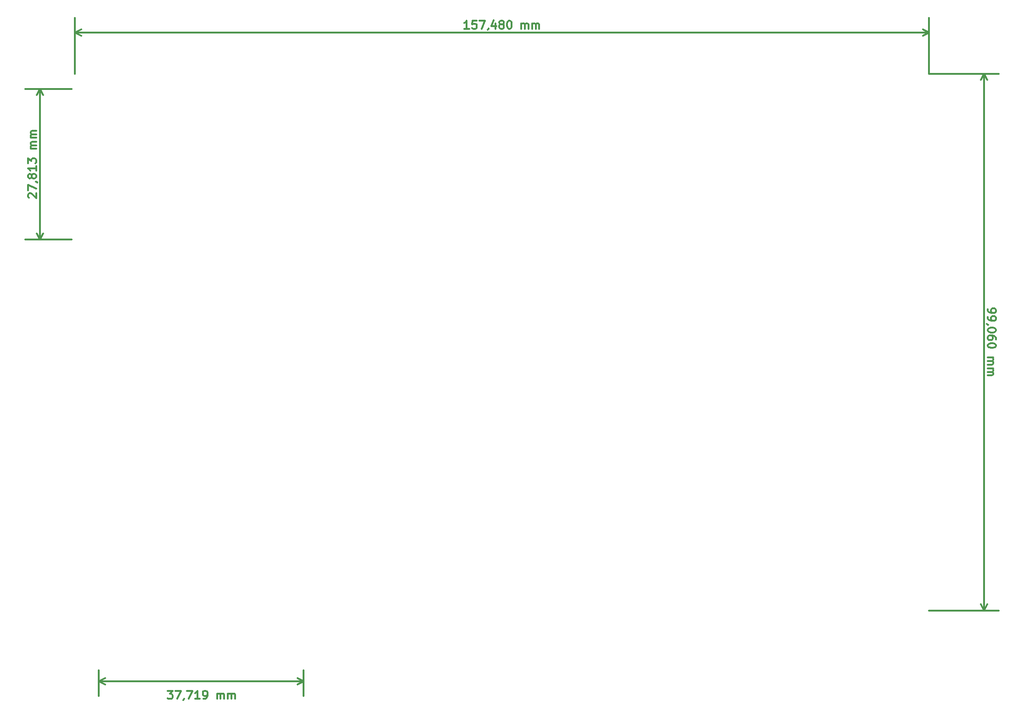
<source format=gbr>
G04 #@! TF.FileFunction,Other,Comment*
%FSLAX46Y46*%
G04 Gerber Fmt 4.6, Leading zero omitted, Abs format (unit mm)*
G04 Created by KiCad (PCBNEW 4.0.6-e0-6349~53~ubuntu16.04.1) date Sat Mar 11 21:42:00 2017*
%MOMM*%
%LPD*%
G01*
G04 APERTURE LIST*
%ADD10C,0.100000*%
%ADD11C,0.300000*%
G04 APERTURE END LIST*
D10*
D11*
X181011429Y-56158572D02*
X181011429Y-56444287D01*
X181082857Y-56587144D01*
X181154286Y-56658572D01*
X181368571Y-56801430D01*
X181654286Y-56872858D01*
X182225714Y-56872858D01*
X182368571Y-56801430D01*
X182440000Y-56730001D01*
X182511429Y-56587144D01*
X182511429Y-56301430D01*
X182440000Y-56158572D01*
X182368571Y-56087144D01*
X182225714Y-56015715D01*
X181868571Y-56015715D01*
X181725714Y-56087144D01*
X181654286Y-56158572D01*
X181582857Y-56301430D01*
X181582857Y-56587144D01*
X181654286Y-56730001D01*
X181725714Y-56801430D01*
X181868571Y-56872858D01*
X181011429Y-57587143D02*
X181011429Y-57872858D01*
X181082857Y-58015715D01*
X181154286Y-58087143D01*
X181368571Y-58230001D01*
X181654286Y-58301429D01*
X182225714Y-58301429D01*
X182368571Y-58230001D01*
X182440000Y-58158572D01*
X182511429Y-58015715D01*
X182511429Y-57730001D01*
X182440000Y-57587143D01*
X182368571Y-57515715D01*
X182225714Y-57444286D01*
X181868571Y-57444286D01*
X181725714Y-57515715D01*
X181654286Y-57587143D01*
X181582857Y-57730001D01*
X181582857Y-58015715D01*
X181654286Y-58158572D01*
X181725714Y-58230001D01*
X181868571Y-58301429D01*
X181082857Y-59015714D02*
X181011429Y-59015714D01*
X180868571Y-58944286D01*
X180797143Y-58872857D01*
X182511429Y-59944286D02*
X182511429Y-60087143D01*
X182440000Y-60230000D01*
X182368571Y-60301429D01*
X182225714Y-60372858D01*
X181940000Y-60444286D01*
X181582857Y-60444286D01*
X181297143Y-60372858D01*
X181154286Y-60301429D01*
X181082857Y-60230000D01*
X181011429Y-60087143D01*
X181011429Y-59944286D01*
X181082857Y-59801429D01*
X181154286Y-59730000D01*
X181297143Y-59658572D01*
X181582857Y-59587143D01*
X181940000Y-59587143D01*
X182225714Y-59658572D01*
X182368571Y-59730000D01*
X182440000Y-59801429D01*
X182511429Y-59944286D01*
X182511429Y-61730000D02*
X182511429Y-61444286D01*
X182440000Y-61301429D01*
X182368571Y-61230000D01*
X182154286Y-61087143D01*
X181868571Y-61015714D01*
X181297143Y-61015714D01*
X181154286Y-61087143D01*
X181082857Y-61158571D01*
X181011429Y-61301429D01*
X181011429Y-61587143D01*
X181082857Y-61730000D01*
X181154286Y-61801429D01*
X181297143Y-61872857D01*
X181654286Y-61872857D01*
X181797143Y-61801429D01*
X181868571Y-61730000D01*
X181940000Y-61587143D01*
X181940000Y-61301429D01*
X181868571Y-61158571D01*
X181797143Y-61087143D01*
X181654286Y-61015714D01*
X182511429Y-62801428D02*
X182511429Y-62944285D01*
X182440000Y-63087142D01*
X182368571Y-63158571D01*
X182225714Y-63230000D01*
X181940000Y-63301428D01*
X181582857Y-63301428D01*
X181297143Y-63230000D01*
X181154286Y-63158571D01*
X181082857Y-63087142D01*
X181011429Y-62944285D01*
X181011429Y-62801428D01*
X181082857Y-62658571D01*
X181154286Y-62587142D01*
X181297143Y-62515714D01*
X181582857Y-62444285D01*
X181940000Y-62444285D01*
X182225714Y-62515714D01*
X182368571Y-62587142D01*
X182440000Y-62658571D01*
X182511429Y-62801428D01*
X181011429Y-65087142D02*
X182011429Y-65087142D01*
X181868571Y-65087142D02*
X181940000Y-65158570D01*
X182011429Y-65301428D01*
X182011429Y-65515713D01*
X181940000Y-65658570D01*
X181797143Y-65729999D01*
X181011429Y-65729999D01*
X181797143Y-65729999D02*
X181940000Y-65801428D01*
X182011429Y-65944285D01*
X182011429Y-66158570D01*
X181940000Y-66301428D01*
X181797143Y-66372856D01*
X181011429Y-66372856D01*
X181011429Y-67087142D02*
X182011429Y-67087142D01*
X181868571Y-67087142D02*
X181940000Y-67158570D01*
X182011429Y-67301428D01*
X182011429Y-67515713D01*
X181940000Y-67658570D01*
X181797143Y-67729999D01*
X181011429Y-67729999D01*
X181797143Y-67729999D02*
X181940000Y-67801428D01*
X182011429Y-67944285D01*
X182011429Y-68158570D01*
X181940000Y-68301428D01*
X181797143Y-68372856D01*
X181011429Y-68372856D01*
X180340000Y-12700000D02*
X180340000Y-111760000D01*
X170180000Y-12700000D02*
X183040000Y-12700000D01*
X170180000Y-111760000D02*
X183040000Y-111760000D01*
X180340000Y-111760000D02*
X179753579Y-110633496D01*
X180340000Y-111760000D02*
X180926421Y-110633496D01*
X180340000Y-12700000D02*
X179753579Y-13826504D01*
X180340000Y-12700000D02*
X180926421Y-13826504D01*
X85368573Y-4408571D02*
X84511430Y-4408571D01*
X84940002Y-4408571D02*
X84940002Y-2908571D01*
X84797145Y-3122857D01*
X84654287Y-3265714D01*
X84511430Y-3337143D01*
X86725716Y-2908571D02*
X86011430Y-2908571D01*
X85940001Y-3622857D01*
X86011430Y-3551429D01*
X86154287Y-3480000D01*
X86511430Y-3480000D01*
X86654287Y-3551429D01*
X86725716Y-3622857D01*
X86797144Y-3765714D01*
X86797144Y-4122857D01*
X86725716Y-4265714D01*
X86654287Y-4337143D01*
X86511430Y-4408571D01*
X86154287Y-4408571D01*
X86011430Y-4337143D01*
X85940001Y-4265714D01*
X87297144Y-2908571D02*
X88297144Y-2908571D01*
X87654287Y-4408571D01*
X88940000Y-4337143D02*
X88940000Y-4408571D01*
X88868572Y-4551429D01*
X88797143Y-4622857D01*
X90225715Y-3408571D02*
X90225715Y-4408571D01*
X89868572Y-2837143D02*
X89511429Y-3908571D01*
X90440001Y-3908571D01*
X91225715Y-3551429D02*
X91082857Y-3480000D01*
X91011429Y-3408571D01*
X90940000Y-3265714D01*
X90940000Y-3194286D01*
X91011429Y-3051429D01*
X91082857Y-2980000D01*
X91225715Y-2908571D01*
X91511429Y-2908571D01*
X91654286Y-2980000D01*
X91725715Y-3051429D01*
X91797143Y-3194286D01*
X91797143Y-3265714D01*
X91725715Y-3408571D01*
X91654286Y-3480000D01*
X91511429Y-3551429D01*
X91225715Y-3551429D01*
X91082857Y-3622857D01*
X91011429Y-3694286D01*
X90940000Y-3837143D01*
X90940000Y-4122857D01*
X91011429Y-4265714D01*
X91082857Y-4337143D01*
X91225715Y-4408571D01*
X91511429Y-4408571D01*
X91654286Y-4337143D01*
X91725715Y-4265714D01*
X91797143Y-4122857D01*
X91797143Y-3837143D01*
X91725715Y-3694286D01*
X91654286Y-3622857D01*
X91511429Y-3551429D01*
X92725714Y-2908571D02*
X92868571Y-2908571D01*
X93011428Y-2980000D01*
X93082857Y-3051429D01*
X93154286Y-3194286D01*
X93225714Y-3480000D01*
X93225714Y-3837143D01*
X93154286Y-4122857D01*
X93082857Y-4265714D01*
X93011428Y-4337143D01*
X92868571Y-4408571D01*
X92725714Y-4408571D01*
X92582857Y-4337143D01*
X92511428Y-4265714D01*
X92440000Y-4122857D01*
X92368571Y-3837143D01*
X92368571Y-3480000D01*
X92440000Y-3194286D01*
X92511428Y-3051429D01*
X92582857Y-2980000D01*
X92725714Y-2908571D01*
X95011428Y-4408571D02*
X95011428Y-3408571D01*
X95011428Y-3551429D02*
X95082856Y-3480000D01*
X95225714Y-3408571D01*
X95439999Y-3408571D01*
X95582856Y-3480000D01*
X95654285Y-3622857D01*
X95654285Y-4408571D01*
X95654285Y-3622857D02*
X95725714Y-3480000D01*
X95868571Y-3408571D01*
X96082856Y-3408571D01*
X96225714Y-3480000D01*
X96297142Y-3622857D01*
X96297142Y-4408571D01*
X97011428Y-4408571D02*
X97011428Y-3408571D01*
X97011428Y-3551429D02*
X97082856Y-3480000D01*
X97225714Y-3408571D01*
X97439999Y-3408571D01*
X97582856Y-3480000D01*
X97654285Y-3622857D01*
X97654285Y-4408571D01*
X97654285Y-3622857D02*
X97725714Y-3480000D01*
X97868571Y-3408571D01*
X98082856Y-3408571D01*
X98225714Y-3480000D01*
X98297142Y-3622857D01*
X98297142Y-4408571D01*
X12700000Y-5080000D02*
X170180000Y-5080000D01*
X12700000Y-12700000D02*
X12700000Y-2380000D01*
X170180000Y-12700000D02*
X170180000Y-2380000D01*
X170180000Y-5080000D02*
X169053496Y-5666421D01*
X170180000Y-5080000D02*
X169053496Y-4493579D01*
X12700000Y-5080000D02*
X13826504Y-5666421D01*
X12700000Y-5080000D02*
X13826504Y-4493579D01*
X4194429Y-35614785D02*
X4123000Y-35543356D01*
X4051571Y-35400499D01*
X4051571Y-35043356D01*
X4123000Y-34900499D01*
X4194429Y-34829070D01*
X4337286Y-34757642D01*
X4480143Y-34757642D01*
X4694429Y-34829070D01*
X5551571Y-35686213D01*
X5551571Y-34757642D01*
X4051571Y-34257642D02*
X4051571Y-33257642D01*
X5551571Y-33900499D01*
X5480143Y-32614786D02*
X5551571Y-32614786D01*
X5694429Y-32686214D01*
X5765857Y-32757643D01*
X4694429Y-31757642D02*
X4623000Y-31900500D01*
X4551571Y-31971928D01*
X4408714Y-32043357D01*
X4337286Y-32043357D01*
X4194429Y-31971928D01*
X4123000Y-31900500D01*
X4051571Y-31757642D01*
X4051571Y-31471928D01*
X4123000Y-31329071D01*
X4194429Y-31257642D01*
X4337286Y-31186214D01*
X4408714Y-31186214D01*
X4551571Y-31257642D01*
X4623000Y-31329071D01*
X4694429Y-31471928D01*
X4694429Y-31757642D01*
X4765857Y-31900500D01*
X4837286Y-31971928D01*
X4980143Y-32043357D01*
X5265857Y-32043357D01*
X5408714Y-31971928D01*
X5480143Y-31900500D01*
X5551571Y-31757642D01*
X5551571Y-31471928D01*
X5480143Y-31329071D01*
X5408714Y-31257642D01*
X5265857Y-31186214D01*
X4980143Y-31186214D01*
X4837286Y-31257642D01*
X4765857Y-31329071D01*
X4694429Y-31471928D01*
X5551571Y-29757643D02*
X5551571Y-30614786D01*
X5551571Y-30186214D02*
X4051571Y-30186214D01*
X4265857Y-30329071D01*
X4408714Y-30471929D01*
X4480143Y-30614786D01*
X4051571Y-29257643D02*
X4051571Y-28329072D01*
X4623000Y-28829072D01*
X4623000Y-28614786D01*
X4694429Y-28471929D01*
X4765857Y-28400500D01*
X4908714Y-28329072D01*
X5265857Y-28329072D01*
X5408714Y-28400500D01*
X5480143Y-28471929D01*
X5551571Y-28614786D01*
X5551571Y-29043358D01*
X5480143Y-29186215D01*
X5408714Y-29257643D01*
X5551571Y-26543358D02*
X4551571Y-26543358D01*
X4694429Y-26543358D02*
X4623000Y-26471930D01*
X4551571Y-26329072D01*
X4551571Y-26114787D01*
X4623000Y-25971930D01*
X4765857Y-25900501D01*
X5551571Y-25900501D01*
X4765857Y-25900501D02*
X4623000Y-25829072D01*
X4551571Y-25686215D01*
X4551571Y-25471930D01*
X4623000Y-25329072D01*
X4765857Y-25257644D01*
X5551571Y-25257644D01*
X5551571Y-24543358D02*
X4551571Y-24543358D01*
X4694429Y-24543358D02*
X4623000Y-24471930D01*
X4551571Y-24329072D01*
X4551571Y-24114787D01*
X4623000Y-23971930D01*
X4765857Y-23900501D01*
X5551571Y-23900501D01*
X4765857Y-23900501D02*
X4623000Y-23829072D01*
X4551571Y-23686215D01*
X4551571Y-23471930D01*
X4623000Y-23329072D01*
X4765857Y-23257644D01*
X5551571Y-23257644D01*
X6223000Y-43307000D02*
X6223000Y-15494000D01*
X12065000Y-43307000D02*
X3523000Y-43307000D01*
X12065000Y-15494000D02*
X3523000Y-15494000D01*
X6223000Y-15494000D02*
X6809421Y-16620504D01*
X6223000Y-15494000D02*
X5636579Y-16620504D01*
X6223000Y-43307000D02*
X6809421Y-42180496D01*
X6223000Y-43307000D02*
X5636579Y-42180496D01*
X29769587Y-126584971D02*
X30698158Y-126584971D01*
X30198158Y-127156400D01*
X30412444Y-127156400D01*
X30555301Y-127227829D01*
X30626730Y-127299257D01*
X30698158Y-127442114D01*
X30698158Y-127799257D01*
X30626730Y-127942114D01*
X30555301Y-128013543D01*
X30412444Y-128084971D01*
X29983872Y-128084971D01*
X29841015Y-128013543D01*
X29769587Y-127942114D01*
X31198158Y-126584971D02*
X32198158Y-126584971D01*
X31555301Y-128084971D01*
X32841014Y-128013543D02*
X32841014Y-128084971D01*
X32769586Y-128227829D01*
X32698157Y-128299257D01*
X33341015Y-126584971D02*
X34341015Y-126584971D01*
X33698158Y-128084971D01*
X35698157Y-128084971D02*
X34841014Y-128084971D01*
X35269586Y-128084971D02*
X35269586Y-126584971D01*
X35126729Y-126799257D01*
X34983871Y-126942114D01*
X34841014Y-127013543D01*
X36412442Y-128084971D02*
X36698157Y-128084971D01*
X36841014Y-128013543D01*
X36912442Y-127942114D01*
X37055300Y-127727829D01*
X37126728Y-127442114D01*
X37126728Y-126870686D01*
X37055300Y-126727829D01*
X36983871Y-126656400D01*
X36841014Y-126584971D01*
X36555300Y-126584971D01*
X36412442Y-126656400D01*
X36341014Y-126727829D01*
X36269585Y-126870686D01*
X36269585Y-127227829D01*
X36341014Y-127370686D01*
X36412442Y-127442114D01*
X36555300Y-127513543D01*
X36841014Y-127513543D01*
X36983871Y-127442114D01*
X37055300Y-127370686D01*
X37126728Y-127227829D01*
X38912442Y-128084971D02*
X38912442Y-127084971D01*
X38912442Y-127227829D02*
X38983870Y-127156400D01*
X39126728Y-127084971D01*
X39341013Y-127084971D01*
X39483870Y-127156400D01*
X39555299Y-127299257D01*
X39555299Y-128084971D01*
X39555299Y-127299257D02*
X39626728Y-127156400D01*
X39769585Y-127084971D01*
X39983870Y-127084971D01*
X40126728Y-127156400D01*
X40198156Y-127299257D01*
X40198156Y-128084971D01*
X40912442Y-128084971D02*
X40912442Y-127084971D01*
X40912442Y-127227829D02*
X40983870Y-127156400D01*
X41126728Y-127084971D01*
X41341013Y-127084971D01*
X41483870Y-127156400D01*
X41555299Y-127299257D01*
X41555299Y-128084971D01*
X41555299Y-127299257D02*
X41626728Y-127156400D01*
X41769585Y-127084971D01*
X41983870Y-127084971D01*
X42126728Y-127156400D01*
X42198156Y-127299257D01*
X42198156Y-128084971D01*
X17106900Y-124853700D02*
X54825900Y-124853700D01*
X17106900Y-122821700D02*
X17106900Y-127553700D01*
X54825900Y-122821700D02*
X54825900Y-127553700D01*
X54825900Y-124853700D02*
X53699396Y-125440121D01*
X54825900Y-124853700D02*
X53699396Y-124267279D01*
X17106900Y-124853700D02*
X18233404Y-125440121D01*
X17106900Y-124853700D02*
X18233404Y-124267279D01*
M02*

</source>
